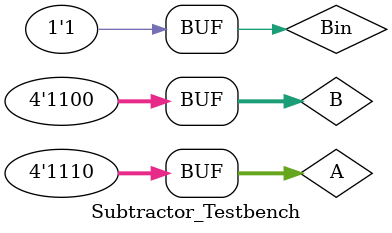
<source format=v>
`timescale 1ns / 1ps


module Subtractor_Testbench;

	// Inputs
	reg [3:0] A;
	reg [3:0] B;
	reg Bin;

	// Outputs
	wire [3:0] D;
	wire Bout;

	// Instantiate the Unit Under Test (UUT)
	Subtractor_4_Bit uut (
		.A(A), 
		.B(B), 
		.Bin(Bin), 
		.D(D), 
		.Bout(Bout)
	);

	initial begin
		// Initialize Inputs
		A = 0;
		B = 0;
		Bin = 0;

		// Wait 100 ns for global reset to finish
		//#100;
        
		// Add stimulus here
		A=4'b0000; B=4'b0000; Bin=4'b0000; #10
		A=4'b1110; B=4'b1111; Bin=4'b0000; #10
		A=4'b1110; B=4'b1100; Bin=4'b0000; #10
		A=4'b1110; B=4'b1100; Bin=4'b0001;
	end   
endmodule


</source>
